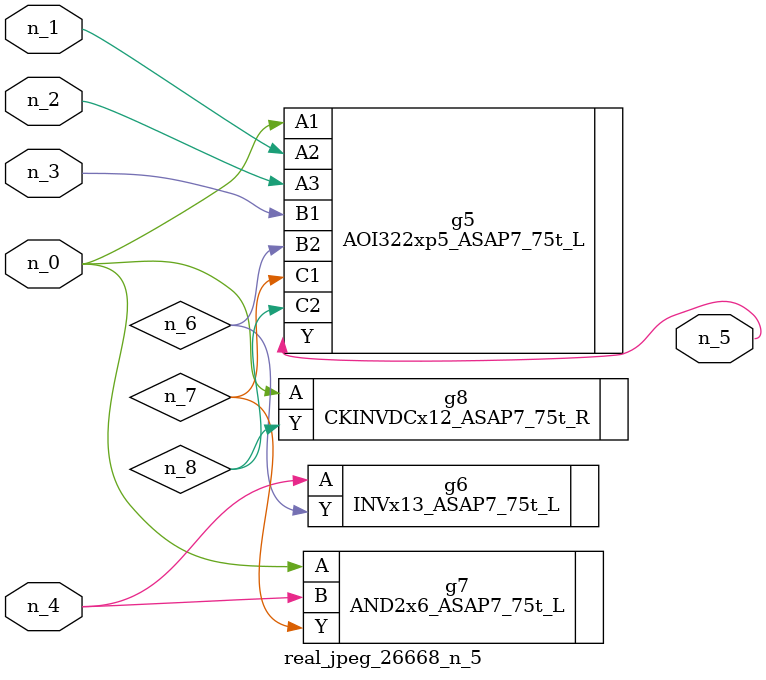
<source format=v>
module real_jpeg_26668_n_5 (n_4, n_0, n_1, n_2, n_3, n_5);

input n_4;
input n_0;
input n_1;
input n_2;
input n_3;

output n_5;

wire n_8;
wire n_6;
wire n_7;

AOI322xp5_ASAP7_75t_L g5 ( 
.A1(n_0),
.A2(n_1),
.A3(n_2),
.B1(n_3),
.B2(n_6),
.C1(n_7),
.C2(n_8),
.Y(n_5)
);

AND2x6_ASAP7_75t_L g7 ( 
.A(n_0),
.B(n_4),
.Y(n_7)
);

CKINVDCx12_ASAP7_75t_R g8 ( 
.A(n_0),
.Y(n_8)
);

INVx13_ASAP7_75t_L g6 ( 
.A(n_4),
.Y(n_6)
);


endmodule
</source>
